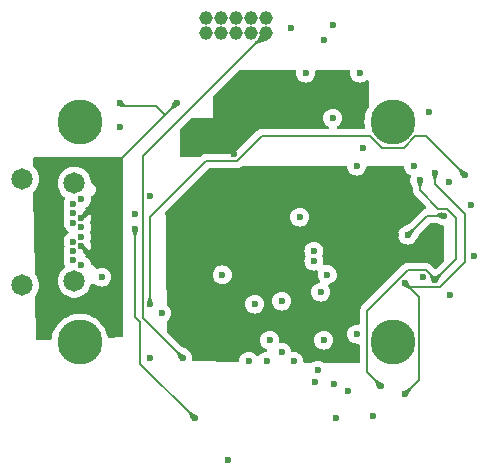
<source format=gbr>
%TF.GenerationSoftware,KiCad,Pcbnew,7.0.9*%
%TF.CreationDate,2023-12-29T19:26:42-05:00*%
%TF.ProjectId,watch-0001,77617463-682d-4303-9030-312e6b696361,v.0.0.1*%
%TF.SameCoordinates,Original*%
%TF.FileFunction,Copper,L2,Inr*%
%TF.FilePolarity,Positive*%
%FSLAX46Y46*%
G04 Gerber Fmt 4.6, Leading zero omitted, Abs format (unit mm)*
G04 Created by KiCad (PCBNEW 7.0.9) date 2023-12-29 19:26:42*
%MOMM*%
%LPD*%
G01*
G04 APERTURE LIST*
%TA.AperFunction,ComponentPad*%
%ADD10C,3.800000*%
%TD*%
%TA.AperFunction,ComponentPad*%
%ADD11C,0.600000*%
%TD*%
%TA.AperFunction,ComponentPad*%
%ADD12C,1.815000*%
%TD*%
%TA.AperFunction,ComponentPad*%
%ADD13C,1.168400*%
%TD*%
%TA.AperFunction,ViaPad*%
%ADD14C,0.600000*%
%TD*%
%TA.AperFunction,Conductor*%
%ADD15C,0.200000*%
%TD*%
G04 APERTURE END LIST*
D10*
%TO.N,N/C*%
%TO.C,H1*%
X131234000Y-78559000D03*
%TD*%
D11*
%TO.N,GND*%
%TO.C,J2*%
X131363000Y-90684000D03*
%TO.N,unconnected-(J2-SSTXP2-PadB2)*%
X130663000Y-90284000D03*
%TO.N,unconnected-(J2-SSTXN2-PadB3)*%
X130663000Y-89484000D03*
%TO.N,VBUS*%
X131363000Y-89084000D03*
%TO.N,Net-(J2-CC2)*%
X130663000Y-88684000D03*
%TO.N,unconnected-(J2-DP2-PadB6)*%
X131363000Y-88284000D03*
%TO.N,unconnected-(J2-DN2-PadB7)*%
X131363000Y-87484000D03*
%TO.N,unconnected-(J2-SBU2-PadB8)*%
X130663000Y-87084000D03*
%TO.N,VBUS*%
X131363000Y-86684000D03*
%TO.N,unconnected-(J2-SSRXN1-PadB10)*%
X130663000Y-86284000D03*
%TO.N,unconnected-(J2-SSRXP1-PadB11)*%
X130663000Y-85484000D03*
%TO.N,GND*%
X131363000Y-85084000D03*
D12*
%TO.N,unconnected-(J2-PadMH1)*%
X130773000Y-83754000D03*
%TO.N,unconnected-(J2-PadMH2)*%
X130773000Y-92014000D03*
%TO.N,unconnected-(J2-PadMH3)*%
X126373000Y-92374000D03*
%TO.N,unconnected-(J2-PadMH4)*%
X126373000Y-83394000D03*
%TD*%
D10*
%TO.N,N/C*%
%TO.C,H4*%
X157734000Y-97209000D03*
%TD*%
%TO.N,N/C*%
%TO.C,H3*%
X157734000Y-78559000D03*
%TD*%
%TO.N,N/C*%
%TO.C,H2*%
X131234000Y-97209000D03*
%TD*%
D13*
%TO.N,+3V3*%
%TO.C,J3*%
X146977100Y-69786500D03*
%TO.N,/JTAG_TMS*%
X145707100Y-69786500D03*
%TO.N,GND*%
X144437100Y-69786500D03*
%TO.N,/JTAG_TCK*%
X143167100Y-69786500D03*
%TO.N,GND*%
X141897100Y-69786500D03*
%TO.N,/JTAG_TDO*%
X146977100Y-71056500D03*
%TO.N,GND*%
X145707100Y-71056500D03*
%TO.N,/JTAG_TDI*%
X144437100Y-71056500D03*
%TO.N,GND*%
X143167100Y-71056500D03*
%TO.N,unconnected-(J3-Pad10)*%
X141897100Y-71056500D03*
%TD*%
D14*
%TO.N,I2C_SDA*%
X161290000Y-82870137D03*
X158750000Y-101600000D03*
X148336000Y-93726000D03*
X158750000Y-92202000D03*
%TO.N,I2C_SCL*%
X146050000Y-93980000D03*
X156718000Y-100932500D03*
X160020000Y-83474500D03*
X161290000Y-91948000D03*
%TO.N,DISP_SPI_MISO*%
X149352000Y-98806000D03*
%TO.N,DISP_SPI_MOSI*%
X148336000Y-98044000D03*
%TO.N,+BATT*%
X143764000Y-76454000D03*
X145288000Y-75184000D03*
X144272000Y-81280000D03*
%TO.N,DISP_SPI_SCLK*%
X147066000Y-98806000D03*
%TO.N,CHG*%
X137160000Y-84836000D03*
%TO.N,+3V3*%
X144526000Y-84582000D03*
X162494000Y-83636500D03*
X152908000Y-103632000D03*
X157988000Y-88138000D03*
X154940000Y-89916000D03*
%TO.N,Net-(IC2-~{MR})*%
X155194000Y-80772000D03*
X152771676Y-100778445D03*
%TO.N,BAT_MON_EN*%
X151892000Y-71628000D03*
X137160000Y-98552000D03*
%TO.N,Net-(IC2-~{RESET})*%
X152654000Y-78232000D03*
X160274000Y-91694000D03*
%TO.N,/JTAG_TMS*%
X149098000Y-70612000D03*
X151892000Y-97028000D03*
%TO.N,/JTAG_TDO*%
X139954000Y-98552000D03*
%TO.N,DISP_CS*%
X145542000Y-98806000D03*
%TO.N,GND*%
X162560000Y-93218000D03*
X164338000Y-85598000D03*
X164592000Y-89916000D03*
X143310000Y-91494000D03*
X152654000Y-70358000D03*
X159512000Y-82296000D03*
X151130000Y-100584000D03*
X154686000Y-82296000D03*
X160782000Y-77724000D03*
X149860000Y-86614000D03*
X133096000Y-91694000D03*
X134620000Y-78994000D03*
X150368000Y-74422000D03*
X153924000Y-101346000D03*
%TO.N,VBUS*%
X139446000Y-76962000D03*
X134620000Y-76962000D03*
%TO.N,/DISP_BL*%
X151059225Y-89486747D03*
%TO.N,/TP_INT*%
X151059085Y-90334429D03*
%TO.N,/TP_RST*%
X152188911Y-91482911D03*
%TO.N,DISP_RST*%
X143764000Y-107188000D03*
%TO.N,DISP_DC*%
X147320000Y-97028000D03*
%TO.N,IMU_INT*%
X154686000Y-96520000D03*
X156054470Y-103409248D03*
%TO.N,PR_INT_DRDY*%
X163830000Y-83058000D03*
X137160000Y-93980000D03*
%TO.N,BAT_MON*%
X151638000Y-92964000D03*
X151384000Y-99568000D03*
X154940000Y-74422000D03*
%TO.N,Net-(U1-RXD0)*%
X140970000Y-103632000D03*
X135890000Y-87630000D03*
%TO.N,Net-(U1-TXD0)*%
X138176000Y-94742000D03*
X135890000Y-86360000D03*
%TO.N,Net-(U4-VDD)*%
X159004000Y-88138000D03*
X162052000Y-86483502D03*
%TD*%
D15*
%TO.N,I2C_SDA*%
X161290000Y-83820000D02*
X163830000Y-86360000D01*
X158750000Y-101600000D02*
X159934000Y-100416000D01*
X159096000Y-92548000D02*
X158750000Y-92202000D01*
X161290000Y-82870137D02*
X161290000Y-83820000D01*
X159934000Y-93386000D02*
X158750000Y-92202000D01*
X163830000Y-90424000D02*
X161706000Y-92548000D01*
X159934000Y-100416000D02*
X159934000Y-93386000D01*
X163830000Y-86360000D02*
X163830000Y-90424000D01*
X161706000Y-92548000D02*
X159096000Y-92548000D01*
%TO.N,I2C_SCL*%
X161290000Y-91861471D02*
X161290000Y-91948000D01*
X161575502Y-85883502D02*
X162300529Y-85883502D01*
X160522529Y-91094000D02*
X161290000Y-91861471D01*
X160020000Y-83474500D02*
X160020000Y-84328000D01*
X163068000Y-86650973D02*
X163068000Y-90170000D01*
X160020000Y-84328000D02*
X161575502Y-85883502D01*
X155534000Y-99748500D02*
X155534000Y-94569471D01*
X159009471Y-91094000D02*
X160522529Y-91094000D01*
X163068000Y-90170000D02*
X161290000Y-91948000D01*
X155534000Y-94569471D02*
X159009471Y-91094000D01*
X156718000Y-100932500D02*
X155534000Y-99748500D01*
X162300529Y-85883502D02*
X163068000Y-86650973D01*
%TO.N,/JTAG_TDO*%
X136560000Y-81473600D02*
X136560000Y-95158000D01*
X136560000Y-95158000D02*
X139954000Y-98552000D01*
X146977100Y-71056500D02*
X136560000Y-81473600D01*
%TO.N,VBUS*%
X134620000Y-76962000D02*
X134874000Y-77216000D01*
X137668000Y-77216000D02*
X138430000Y-77978000D01*
X138430000Y-77978000D02*
X134620000Y-81788000D01*
X139446000Y-76962000D02*
X138430000Y-77978000D01*
X134874000Y-77216000D02*
X137668000Y-77216000D01*
%TO.N,PR_INT_DRDY*%
X137160000Y-86614000D02*
X137160000Y-93980000D01*
X146644529Y-79756000D02*
X144520529Y-81880000D01*
X156822730Y-80759000D02*
X155819730Y-79756000D01*
X141894000Y-81880000D02*
X137160000Y-86614000D01*
X144520529Y-81880000D02*
X141894000Y-81880000D01*
X163830000Y-83058000D02*
X160528000Y-79756000D01*
X159648270Y-79756000D02*
X158645270Y-80759000D01*
X155819730Y-79756000D02*
X146644529Y-79756000D01*
X160528000Y-79756000D02*
X159648270Y-79756000D01*
X158645270Y-80759000D02*
X156822730Y-80759000D01*
%TO.N,Net-(U1-RXD0)*%
X136369157Y-95532843D02*
X135890000Y-95053685D01*
X135890000Y-95053685D02*
X135890000Y-87630000D01*
X136369157Y-99031157D02*
X136369157Y-95532843D01*
X140970000Y-103632000D02*
X136369157Y-99031157D01*
%TO.N,Net-(U4-VDD)*%
X160658498Y-86483502D02*
X159004000Y-88138000D01*
X162052000Y-86483502D02*
X160658498Y-86483502D01*
%TD*%
%TA.AperFunction,Conductor*%
%TO.N,PR_INT_DRDY*%
G36*
X137260090Y-93383427D02*
G01*
X137262807Y-93387687D01*
X137433330Y-93854694D01*
X137432949Y-93863641D01*
X137426851Y-93869503D01*
X137164511Y-93979115D01*
X137155556Y-93979142D01*
X137155489Y-93979115D01*
X136893148Y-93869503D01*
X136886836Y-93863151D01*
X136886669Y-93854697D01*
X137057193Y-93387686D01*
X137063249Y-93381091D01*
X137068183Y-93380000D01*
X137251817Y-93380000D01*
X137260090Y-93383427D01*
G37*
%TD.AperFunction*%
%TD*%
%TA.AperFunction,Conductor*%
%TO.N,VBUS*%
G36*
X139179174Y-76851439D02*
G01*
X139342804Y-76918629D01*
X139442184Y-76959436D01*
X139448536Y-76965748D01*
X139448563Y-76965815D01*
X139556559Y-77228824D01*
X139556532Y-77237779D01*
X139550670Y-77243877D01*
X139099867Y-77453523D01*
X139090920Y-77453904D01*
X139086660Y-77451187D01*
X138956812Y-77321339D01*
X138953385Y-77313066D01*
X138954474Y-77308136D01*
X139164124Y-76857327D01*
X139170718Y-76851273D01*
X139179174Y-76851439D01*
G37*
%TD.AperFunction*%
%TD*%
%TA.AperFunction,Conductor*%
%TO.N,VBUS*%
G36*
X134817039Y-81553685D02*
G01*
X134862794Y-81606489D01*
X134874000Y-81658000D01*
X134874000Y-96654202D01*
X134854315Y-96721241D01*
X134801511Y-96766996D01*
X134754273Y-96778128D01*
X133709334Y-96814160D01*
X133641656Y-96796798D01*
X133594109Y-96745602D01*
X133583259Y-96713476D01*
X133563681Y-96610840D01*
X133470341Y-96323570D01*
X133341733Y-96050264D01*
X133179885Y-95795232D01*
X132987349Y-95562496D01*
X132767162Y-95355726D01*
X132767159Y-95355724D01*
X132767153Y-95355719D01*
X132522806Y-95178191D01*
X132522799Y-95178186D01*
X132522795Y-95178184D01*
X132258104Y-95032668D01*
X132258101Y-95032666D01*
X132258096Y-95032664D01*
X132258095Y-95032663D01*
X131977265Y-94921475D01*
X131977262Y-94921474D01*
X131684695Y-94846357D01*
X131385036Y-94808500D01*
X131385027Y-94808500D01*
X131082973Y-94808500D01*
X131082963Y-94808500D01*
X130783304Y-94846357D01*
X130490737Y-94921474D01*
X130490734Y-94921475D01*
X130209904Y-95032663D01*
X130209903Y-95032664D01*
X129945205Y-95178184D01*
X129945193Y-95178191D01*
X129700846Y-95355719D01*
X129700836Y-95355727D01*
X129480652Y-95562494D01*
X129288111Y-95795236D01*
X129126268Y-96050261D01*
X129126265Y-96050267D01*
X128997661Y-96323563D01*
X128997659Y-96323568D01*
X128911048Y-96590129D01*
X128904319Y-96610840D01*
X128894660Y-96661476D01*
X128852017Y-96885017D01*
X128820119Y-96947180D01*
X128759676Y-96982230D01*
X128734486Y-96985707D01*
X127634186Y-97023648D01*
X127566508Y-97006286D01*
X127518961Y-96955090D01*
X127505930Y-96901755D01*
X127504494Y-96814160D01*
X127447477Y-93336139D01*
X127466060Y-93268788D01*
X127480229Y-93250128D01*
X127487918Y-93241776D01*
X127615543Y-93046431D01*
X127709275Y-92832744D01*
X127766557Y-92606544D01*
X127766558Y-92606535D01*
X127785826Y-92374005D01*
X127785826Y-92373994D01*
X127766558Y-92141464D01*
X127766556Y-92141452D01*
X127734282Y-92014005D01*
X129360174Y-92014005D01*
X129379441Y-92246535D01*
X129379443Y-92246547D01*
X129436724Y-92472744D01*
X129530456Y-92686430D01*
X129658079Y-92881773D01*
X129658082Y-92881776D01*
X129816119Y-93053450D01*
X130000257Y-93196771D01*
X130000259Y-93196772D01*
X130000262Y-93196774D01*
X130083425Y-93241779D01*
X130205474Y-93307828D01*
X130426172Y-93383594D01*
X130656330Y-93422000D01*
X130889670Y-93422000D01*
X131119828Y-93383594D01*
X131340526Y-93307828D01*
X131545743Y-93196771D01*
X131729881Y-93053450D01*
X131887918Y-92881776D01*
X132015543Y-92686431D01*
X132109275Y-92472744D01*
X132134241Y-92374154D01*
X132169779Y-92314001D01*
X132214852Y-92287087D01*
X132361662Y-92237622D01*
X132369676Y-92232799D01*
X132437266Y-92215102D01*
X132503695Y-92236756D01*
X132521288Y-92251366D01*
X132593738Y-92323816D01*
X132746478Y-92419789D01*
X132897812Y-92472743D01*
X132916745Y-92479368D01*
X132916750Y-92479369D01*
X133095996Y-92499565D01*
X133096000Y-92499565D01*
X133096004Y-92499565D01*
X133275249Y-92479369D01*
X133275252Y-92479368D01*
X133275255Y-92479368D01*
X133445522Y-92419789D01*
X133598262Y-92323816D01*
X133725816Y-92196262D01*
X133821789Y-92043522D01*
X133881368Y-91873255D01*
X133881369Y-91873249D01*
X133901565Y-91694003D01*
X133901565Y-91693996D01*
X133881369Y-91514750D01*
X133881368Y-91514745D01*
X133873870Y-91493317D01*
X133821789Y-91344478D01*
X133725816Y-91191738D01*
X133598262Y-91064184D01*
X133445523Y-90968211D01*
X133275254Y-90908631D01*
X133275249Y-90908630D01*
X133096004Y-90888435D01*
X133095996Y-90888435D01*
X132916750Y-90908630D01*
X132916742Y-90908632D01*
X132758613Y-90963964D01*
X132688834Y-90967525D01*
X132628207Y-90932796D01*
X132623150Y-90927197D01*
X132607379Y-90908630D01*
X132584044Y-90881157D01*
X132441099Y-90772493D01*
X132278138Y-90697099D01*
X132278130Y-90697096D01*
X132253920Y-90691767D01*
X132192681Y-90658130D01*
X132159348Y-90596724D01*
X132157361Y-90584571D01*
X132148368Y-90504745D01*
X132088789Y-90334478D01*
X131992816Y-90181738D01*
X131865262Y-90054184D01*
X131761039Y-89988696D01*
X131714749Y-89936362D01*
X131704101Y-89867309D01*
X131723522Y-89823606D01*
X131726107Y-89800660D01*
X131504803Y-89579356D01*
X131471318Y-89518033D01*
X131469955Y-89490965D01*
X131468565Y-89490965D01*
X131468565Y-89483997D01*
X131448369Y-89304750D01*
X131448367Y-89304740D01*
X131436998Y-89272252D01*
X131452008Y-89268827D01*
X131523387Y-89211905D01*
X131563000Y-89129649D01*
X131563000Y-89062109D01*
X131586992Y-89053713D01*
X131656766Y-89050150D01*
X131715626Y-89083073D01*
X132079660Y-89447107D01*
X132079661Y-89447107D01*
X132088333Y-89433307D01*
X132147878Y-89263138D01*
X132168062Y-89084002D01*
X132168062Y-89083997D01*
X132147878Y-88904861D01*
X132147877Y-88904858D01*
X132086036Y-88728124D01*
X132088292Y-88727334D01*
X132078757Y-88669449D01*
X132087293Y-88640376D01*
X132086489Y-88640095D01*
X132148366Y-88463262D01*
X132148369Y-88463249D01*
X132168565Y-88284003D01*
X132168565Y-88283996D01*
X132148369Y-88104750D01*
X132148366Y-88104737D01*
X132086489Y-87927905D01*
X132088637Y-87927153D01*
X132079035Y-87868872D01*
X132087392Y-87840411D01*
X132086489Y-87840095D01*
X132148366Y-87663262D01*
X132148369Y-87663249D01*
X132168565Y-87484003D01*
X132168565Y-87483996D01*
X132148369Y-87304750D01*
X132148368Y-87304745D01*
X132086489Y-87127905D01*
X132088465Y-87127213D01*
X132078756Y-87068295D01*
X132087004Y-87040214D01*
X132086036Y-87039876D01*
X132147877Y-86863141D01*
X132147878Y-86863138D01*
X132168062Y-86684002D01*
X132168062Y-86683997D01*
X132147878Y-86504861D01*
X132147877Y-86504858D01*
X132088337Y-86334701D01*
X132088335Y-86334697D01*
X132079660Y-86320891D01*
X131715626Y-86684925D01*
X131654303Y-86718410D01*
X131586990Y-86714285D01*
X131563000Y-86705890D01*
X131563000Y-86638351D01*
X131523387Y-86556095D01*
X131452008Y-86499173D01*
X131436998Y-86495747D01*
X131448367Y-86463259D01*
X131448369Y-86463249D01*
X131468565Y-86284002D01*
X131468565Y-86277035D01*
X131471594Y-86277035D01*
X131481259Y-86221504D01*
X131504803Y-86188641D01*
X131726108Y-85967337D01*
X131723842Y-85947231D01*
X131714752Y-85936954D01*
X131704103Y-85867900D01*
X131732478Y-85804052D01*
X131761041Y-85779302D01*
X131865262Y-85713816D01*
X131992816Y-85586262D01*
X132088789Y-85433522D01*
X132148368Y-85263255D01*
X132168565Y-85084000D01*
X132153014Y-84945980D01*
X132165068Y-84877159D01*
X132212417Y-84825779D01*
X132228767Y-84817542D01*
X132303233Y-84786698D01*
X132423451Y-84694451D01*
X132515698Y-84574233D01*
X132573687Y-84434236D01*
X132593466Y-84284000D01*
X132592239Y-84274683D01*
X132573687Y-84133765D01*
X132573687Y-84133764D01*
X132515698Y-83993767D01*
X132423451Y-83873549D01*
X132303233Y-83781302D01*
X132303229Y-83781300D01*
X132253873Y-83760856D01*
X132199470Y-83717015D01*
X132177749Y-83656534D01*
X132166557Y-83521456D01*
X132109275Y-83295256D01*
X132107904Y-83292131D01*
X132015543Y-83081569D01*
X131887920Y-82886226D01*
X131869949Y-82866704D01*
X131729881Y-82714550D01*
X131729876Y-82714546D01*
X131729874Y-82714544D01*
X131545746Y-82571231D01*
X131545737Y-82571225D01*
X131340532Y-82460175D01*
X131340529Y-82460174D01*
X131340526Y-82460172D01*
X131340520Y-82460170D01*
X131340518Y-82460169D01*
X131119830Y-82384406D01*
X130889670Y-82346000D01*
X130656330Y-82346000D01*
X130426169Y-82384406D01*
X130205481Y-82460169D01*
X130205467Y-82460175D01*
X130000262Y-82571225D01*
X130000253Y-82571231D01*
X129816125Y-82714544D01*
X129816122Y-82714547D01*
X129658079Y-82886226D01*
X129530456Y-83081569D01*
X129436724Y-83295255D01*
X129379443Y-83521452D01*
X129379441Y-83521464D01*
X129360174Y-83753994D01*
X129360174Y-83754005D01*
X129379441Y-83986535D01*
X129379443Y-83986547D01*
X129436724Y-84212744D01*
X129530456Y-84426430D01*
X129658079Y-84621773D01*
X129658082Y-84621776D01*
X129816119Y-84793450D01*
X129923668Y-84877159D01*
X129952852Y-84899874D01*
X129993665Y-84956584D01*
X129997339Y-85026357D01*
X129981683Y-85063698D01*
X129937212Y-85134474D01*
X129877631Y-85304745D01*
X129877630Y-85304750D01*
X129857435Y-85483996D01*
X129857435Y-85484003D01*
X129877630Y-85663249D01*
X129877633Y-85663262D01*
X129939510Y-85840094D01*
X129937364Y-85840844D01*
X129946962Y-85899144D01*
X129938609Y-85927590D01*
X129939510Y-85927906D01*
X129877633Y-86104737D01*
X129877630Y-86104750D01*
X129857435Y-86283996D01*
X129857435Y-86284003D01*
X129877630Y-86463249D01*
X129877633Y-86463262D01*
X129939510Y-86640094D01*
X129937364Y-86640844D01*
X129946962Y-86699144D01*
X129938609Y-86727590D01*
X129939510Y-86727906D01*
X129877633Y-86904737D01*
X129877630Y-86904750D01*
X129857435Y-87083996D01*
X129857435Y-87084003D01*
X129877630Y-87263249D01*
X129877631Y-87263254D01*
X129937211Y-87433523D01*
X129968926Y-87483996D01*
X130033184Y-87586262D01*
X130160738Y-87713816D01*
X130239696Y-87763428D01*
X130264487Y-87779006D01*
X130310778Y-87831341D01*
X130321426Y-87900395D01*
X130293051Y-87964243D01*
X130264487Y-87988994D01*
X130160737Y-88054184D01*
X130033184Y-88181737D01*
X129937211Y-88334476D01*
X129877631Y-88504745D01*
X129877630Y-88504750D01*
X129857435Y-88683996D01*
X129857435Y-88684003D01*
X129877630Y-88863249D01*
X129877633Y-88863262D01*
X129939510Y-89040094D01*
X129937364Y-89040844D01*
X129946962Y-89099144D01*
X129938609Y-89127590D01*
X129939510Y-89127906D01*
X129877633Y-89304737D01*
X129877630Y-89304750D01*
X129857435Y-89483996D01*
X129857435Y-89484003D01*
X129877630Y-89663249D01*
X129877633Y-89663262D01*
X129939510Y-89840094D01*
X129937364Y-89840844D01*
X129946962Y-89899144D01*
X129938609Y-89927590D01*
X129939510Y-89927906D01*
X129877633Y-90104737D01*
X129877630Y-90104750D01*
X129857435Y-90283996D01*
X129857435Y-90284003D01*
X129877630Y-90463249D01*
X129877631Y-90463254D01*
X129937211Y-90633524D01*
X129981683Y-90704299D01*
X130000684Y-90771536D01*
X129980317Y-90838371D01*
X129952853Y-90868125D01*
X129816121Y-90974548D01*
X129658079Y-91146226D01*
X129530456Y-91341569D01*
X129436724Y-91555255D01*
X129379443Y-91781452D01*
X129379441Y-91781464D01*
X129360174Y-92013994D01*
X129360174Y-92014005D01*
X127734282Y-92014005D01*
X127709275Y-91915255D01*
X127615543Y-91701569D01*
X127487920Y-91506226D01*
X127448180Y-91463057D01*
X127417258Y-91400402D01*
X127415428Y-91381119D01*
X127302840Y-84513258D01*
X127321423Y-84445906D01*
X127335588Y-84427250D01*
X127487918Y-84261776D01*
X127615543Y-84066431D01*
X127709275Y-83852744D01*
X127766557Y-83626544D01*
X127785826Y-83394000D01*
X127766557Y-83161456D01*
X127709275Y-82935256D01*
X127687768Y-82886226D01*
X127615543Y-82721569D01*
X127487920Y-82526226D01*
X127468714Y-82505363D01*
X127329881Y-82354550D01*
X127329877Y-82354546D01*
X127313493Y-82341795D01*
X127272679Y-82285086D01*
X127265671Y-82245982D01*
X127256066Y-81660031D01*
X127274649Y-81592679D01*
X127326696Y-81546065D01*
X127380049Y-81534000D01*
X134750000Y-81534000D01*
X134817039Y-81553685D01*
G37*
%TD.AperFunction*%
%TD*%
%TA.AperFunction,Conductor*%
%TO.N,I2C_SCL*%
G36*
X156371864Y-100440975D02*
G01*
X156822671Y-100650623D01*
X156828726Y-100657218D01*
X156828559Y-100665675D01*
X156720563Y-100928684D01*
X156714251Y-100935036D01*
X156714184Y-100935063D01*
X156451175Y-101043059D01*
X156442220Y-101043032D01*
X156436123Y-101037171D01*
X156226475Y-100586365D01*
X156226095Y-100577420D01*
X156228810Y-100573162D01*
X156358661Y-100443311D01*
X156366933Y-100439885D01*
X156371864Y-100440975D01*
G37*
%TD.AperFunction*%
%TD*%
%TA.AperFunction,Conductor*%
%TO.N,VBUS*%
G36*
X134839273Y-76759268D02*
G01*
X134840241Y-76760372D01*
X135112351Y-77112841D01*
X135114790Y-77119990D01*
X135114790Y-77302953D01*
X135111363Y-77311226D01*
X135103090Y-77314653D01*
X135101821Y-77314584D01*
X134630396Y-77263134D01*
X134622543Y-77258830D01*
X134619965Y-77251542D01*
X134619016Y-76966884D01*
X134622414Y-76958601D01*
X134822727Y-76759228D01*
X134831008Y-76755822D01*
X134839273Y-76759268D01*
G37*
%TD.AperFunction*%
%TD*%
%TA.AperFunction,Conductor*%
%TO.N,I2C_SDA*%
G36*
X159025779Y-92091467D02*
G01*
X159031877Y-92097329D01*
X159241523Y-92548132D01*
X159241904Y-92557079D01*
X159239187Y-92561339D01*
X159109339Y-92691187D01*
X159101066Y-92694614D01*
X159096132Y-92693523D01*
X158802736Y-92557079D01*
X158645328Y-92483876D01*
X158639273Y-92477281D01*
X158639439Y-92468825D01*
X158747436Y-92205814D01*
X158753746Y-92199464D01*
X159016825Y-92091440D01*
X159025779Y-92091467D01*
G37*
%TD.AperFunction*%
%TD*%
%TA.AperFunction,Conductor*%
%TO.N,I2C_SDA*%
G36*
X159026037Y-92091366D02*
G01*
X159032021Y-92096958D01*
X159205458Y-92445537D01*
X159206683Y-92450749D01*
X159206683Y-92632343D01*
X159203256Y-92640616D01*
X159194983Y-92644043D01*
X159191668Y-92643564D01*
X158647627Y-92482836D01*
X158640664Y-92477205D01*
X158639721Y-92468300D01*
X158640119Y-92467171D01*
X158649002Y-92445537D01*
X158747148Y-92206507D01*
X158753456Y-92200160D01*
X159017084Y-92091355D01*
X159026037Y-92091366D01*
G37*
%TD.AperFunction*%
%TD*%
%TA.AperFunction,Conductor*%
%TO.N,Net-(U1-RXD0)*%
G36*
X140623864Y-103140475D02*
G01*
X141074671Y-103350123D01*
X141080726Y-103356718D01*
X141080559Y-103365175D01*
X140972563Y-103628184D01*
X140966251Y-103634536D01*
X140966184Y-103634563D01*
X140703175Y-103742559D01*
X140694220Y-103742532D01*
X140688123Y-103736671D01*
X140478475Y-103285865D01*
X140478095Y-103276920D01*
X140480810Y-103272662D01*
X140610661Y-103142811D01*
X140618933Y-103139385D01*
X140623864Y-103140475D01*
G37*
%TD.AperFunction*%
%TD*%
%TA.AperFunction,Conductor*%
%TO.N,Net-(U4-VDD)*%
G36*
X161935641Y-86210552D02*
G01*
X161941503Y-86216650D01*
X162051115Y-86478991D01*
X162051142Y-86487946D01*
X162051115Y-86488013D01*
X161941503Y-86750353D01*
X161935151Y-86756665D01*
X161926694Y-86756831D01*
X161792947Y-86707995D01*
X161459687Y-86586308D01*
X161453091Y-86580252D01*
X161452000Y-86575318D01*
X161452000Y-86391685D01*
X161455427Y-86383412D01*
X161459687Y-86380695D01*
X161926697Y-86210171D01*
X161935641Y-86210552D01*
G37*
%TD.AperFunction*%
%TD*%
%TA.AperFunction,Conductor*%
%TO.N,PR_INT_DRDY*%
G36*
X163483864Y-82566475D02*
G01*
X163934671Y-82776123D01*
X163940726Y-82782718D01*
X163940559Y-82791175D01*
X163832563Y-83054184D01*
X163826251Y-83060536D01*
X163826184Y-83060563D01*
X163563175Y-83168559D01*
X163554220Y-83168532D01*
X163548123Y-83162671D01*
X163338475Y-82711865D01*
X163338095Y-82702920D01*
X163340810Y-82698662D01*
X163470661Y-82568811D01*
X163478933Y-82565385D01*
X163483864Y-82566475D01*
G37*
%TD.AperFunction*%
%TD*%
%TA.AperFunction,Conductor*%
%TO.N,I2C_SCL*%
G36*
X160286851Y-83584996D02*
G01*
X160293163Y-83591348D01*
X160293330Y-83599805D01*
X160122807Y-84066813D01*
X160116751Y-84073409D01*
X160111817Y-84074500D01*
X159928183Y-84074500D01*
X159919910Y-84071073D01*
X159917193Y-84066813D01*
X159746669Y-83599802D01*
X159747050Y-83590858D01*
X159753147Y-83584996D01*
X160015490Y-83475383D01*
X160024444Y-83475357D01*
X160286851Y-83584996D01*
G37*
%TD.AperFunction*%
%TD*%
%TA.AperFunction,Conductor*%
%TO.N,Net-(U1-RXD0)*%
G36*
X136156851Y-87740496D02*
G01*
X136163163Y-87746848D01*
X136163330Y-87755305D01*
X135992807Y-88222313D01*
X135986751Y-88228909D01*
X135981817Y-88230000D01*
X135798183Y-88230000D01*
X135789910Y-88226573D01*
X135787193Y-88222313D01*
X135616669Y-87755302D01*
X135617050Y-87746358D01*
X135623147Y-87740496D01*
X135885490Y-87630883D01*
X135894444Y-87630857D01*
X136156851Y-87740496D01*
G37*
%TD.AperFunction*%
%TD*%
%TA.AperFunction,Conductor*%
%TO.N,+3V3*%
G36*
X153836661Y-82315685D02*
G01*
X153882416Y-82368489D01*
X153892842Y-82406117D01*
X153900630Y-82475250D01*
X153900631Y-82475254D01*
X153960211Y-82645523D01*
X154056184Y-82798262D01*
X154183738Y-82925816D01*
X154336478Y-83021789D01*
X154415363Y-83049392D01*
X154506745Y-83081368D01*
X154506750Y-83081369D01*
X154685996Y-83101565D01*
X154686000Y-83101565D01*
X154686004Y-83101565D01*
X154865249Y-83081369D01*
X154865252Y-83081368D01*
X154865255Y-83081368D01*
X155035522Y-83021789D01*
X155188262Y-82925816D01*
X155315816Y-82798262D01*
X155411789Y-82645522D01*
X155471368Y-82475255D01*
X155472519Y-82465044D01*
X155479158Y-82406117D01*
X155506224Y-82341703D01*
X155563818Y-82302148D01*
X155602378Y-82296000D01*
X158595622Y-82296000D01*
X158662661Y-82315685D01*
X158708416Y-82368489D01*
X158718842Y-82406117D01*
X158726630Y-82475250D01*
X158726631Y-82475254D01*
X158786211Y-82645523D01*
X158882184Y-82798262D01*
X159009738Y-82925816D01*
X159162478Y-83021789D01*
X159194967Y-83033157D01*
X159251743Y-83073878D01*
X159277491Y-83138831D01*
X159271055Y-83191154D01*
X159234631Y-83295245D01*
X159234630Y-83295250D01*
X159214435Y-83474496D01*
X159214435Y-83474503D01*
X159234631Y-83653752D01*
X159263592Y-83736519D01*
X159265745Y-83744241D01*
X159271833Y-83773185D01*
X159411978Y-84156994D01*
X159419500Y-84199525D01*
X159419500Y-84284571D01*
X159418969Y-84292673D01*
X159414318Y-84327999D01*
X159414318Y-84328000D01*
X159419500Y-84367360D01*
X159434955Y-84484760D01*
X159434956Y-84484762D01*
X159495464Y-84630841D01*
X159591718Y-84756282D01*
X159619995Y-84777980D01*
X159626085Y-84783320D01*
X160125767Y-85283002D01*
X160539854Y-85697089D01*
X160573339Y-85758412D01*
X160568355Y-85828104D01*
X160526483Y-85884037D01*
X160499627Y-85899331D01*
X160355654Y-85958967D01*
X160230217Y-86055218D01*
X160208517Y-86083496D01*
X160203166Y-86089598D01*
X159092055Y-87200708D01*
X159056663Y-87225463D01*
X158919897Y-87289067D01*
X158686165Y-87397765D01*
X158683067Y-87399368D01*
X158669996Y-87406129D01*
X158661986Y-87409582D01*
X158654478Y-87412210D01*
X158501737Y-87508184D01*
X158374184Y-87635737D01*
X158278211Y-87788476D01*
X158218631Y-87958745D01*
X158218630Y-87958750D01*
X158198435Y-88137996D01*
X158198435Y-88138003D01*
X158218630Y-88317249D01*
X158218631Y-88317254D01*
X158278211Y-88487523D01*
X158374184Y-88640262D01*
X158501738Y-88767816D01*
X158592080Y-88824582D01*
X158643563Y-88856931D01*
X158654478Y-88863789D01*
X158824745Y-88923368D01*
X158824750Y-88923369D01*
X159003996Y-88943565D01*
X159004000Y-88943565D01*
X159004004Y-88943565D01*
X159183249Y-88923369D01*
X159183252Y-88923368D01*
X159183255Y-88923368D01*
X159353522Y-88863789D01*
X159506262Y-88767816D01*
X159633816Y-88640262D01*
X159729789Y-88487522D01*
X159732024Y-88481132D01*
X159742470Y-88459917D01*
X159742085Y-88459704D01*
X159744225Y-88455845D01*
X159744236Y-88455830D01*
X159916532Y-88085337D01*
X159941283Y-88049950D01*
X160870914Y-87120321D01*
X160932237Y-87086836D01*
X160958595Y-87084002D01*
X161326975Y-87084002D01*
X161369506Y-87091524D01*
X161448372Y-87120321D01*
X161753312Y-87231667D01*
X161793824Y-87244556D01*
X161795230Y-87244730D01*
X161820956Y-87250748D01*
X161872745Y-87268870D01*
X161872751Y-87268870D01*
X161872752Y-87268871D01*
X161941882Y-87276660D01*
X162006297Y-87303726D01*
X162045852Y-87361320D01*
X162052000Y-87399880D01*
X162052000Y-90285402D01*
X162032315Y-90352441D01*
X162015681Y-90373083D01*
X161420945Y-90967819D01*
X161359622Y-91001304D01*
X161289930Y-90996320D01*
X161245583Y-90967819D01*
X161114455Y-90836691D01*
X160977849Y-90700085D01*
X160972508Y-90693994D01*
X160950811Y-90665718D01*
X160825370Y-90569464D01*
X160679291Y-90508956D01*
X160679289Y-90508955D01*
X160561890Y-90493500D01*
X160522529Y-90488318D01*
X160487199Y-90492969D01*
X160479101Y-90493500D01*
X159052899Y-90493500D01*
X159044800Y-90492969D01*
X159009471Y-90488318D01*
X158970110Y-90493500D01*
X158852710Y-90508955D01*
X158852708Y-90508956D01*
X158706628Y-90569464D01*
X158581190Y-90665716D01*
X158559490Y-90693994D01*
X158554139Y-90700096D01*
X155140096Y-94114139D01*
X155133993Y-94119491D01*
X155105719Y-94141187D01*
X155081550Y-94172686D01*
X155009461Y-94266633D01*
X155009461Y-94266634D01*
X154948957Y-94412705D01*
X154948955Y-94412710D01*
X154928318Y-94569469D01*
X154928318Y-94569470D01*
X154932969Y-94604797D01*
X154933500Y-94612899D01*
X154933500Y-95603565D01*
X154913815Y-95670604D01*
X154861011Y-95716359D01*
X154795617Y-95726785D01*
X154686004Y-95714435D01*
X154685996Y-95714435D01*
X154506750Y-95734630D01*
X154506745Y-95734631D01*
X154336476Y-95794211D01*
X154183737Y-95890184D01*
X154056184Y-96017737D01*
X153960211Y-96170476D01*
X153900631Y-96340745D01*
X153900630Y-96340750D01*
X153880435Y-96519996D01*
X153880435Y-96520003D01*
X153900630Y-96699249D01*
X153900631Y-96699254D01*
X153960211Y-96869523D01*
X154056184Y-97022262D01*
X154183738Y-97149816D01*
X154245049Y-97188340D01*
X154320405Y-97235690D01*
X154336478Y-97245789D01*
X154438500Y-97281488D01*
X154506745Y-97305368D01*
X154506750Y-97305369D01*
X154685996Y-97325565D01*
X154686000Y-97325565D01*
X154686002Y-97325565D01*
X154728353Y-97320792D01*
X154795617Y-97313214D01*
X154864438Y-97325268D01*
X154915817Y-97372617D01*
X154933500Y-97436434D01*
X154933500Y-98857269D01*
X154913815Y-98924308D01*
X154861011Y-98970063D01*
X154808152Y-98981262D01*
X151939584Y-98950082D01*
X151874961Y-98931083D01*
X151733522Y-98842211D01*
X151696819Y-98829368D01*
X151563254Y-98782631D01*
X151563249Y-98782630D01*
X151384004Y-98762435D01*
X151383996Y-98762435D01*
X151204750Y-98782630D01*
X151204745Y-98782631D01*
X151034476Y-98842211D01*
X150911980Y-98919181D01*
X150844743Y-98938181D01*
X150844660Y-98938180D01*
X150280217Y-98932045D01*
X150213396Y-98911633D01*
X150168217Y-98858335D01*
X150158590Y-98812892D01*
X150158345Y-98812920D01*
X150158059Y-98810386D01*
X150157565Y-98808052D01*
X150157565Y-98805997D01*
X150137369Y-98626750D01*
X150137368Y-98626745D01*
X150077789Y-98456478D01*
X149981816Y-98303738D01*
X149854262Y-98176184D01*
X149829580Y-98160675D01*
X149701523Y-98080211D01*
X149531254Y-98020631D01*
X149531249Y-98020630D01*
X149352004Y-98000435D01*
X149351996Y-98000435D01*
X149262575Y-98010510D01*
X149193753Y-97998455D01*
X149142374Y-97951106D01*
X149125472Y-97901174D01*
X149121368Y-97864745D01*
X149061789Y-97694478D01*
X148965816Y-97541738D01*
X148838262Y-97414184D01*
X148685523Y-97318211D01*
X148515254Y-97258631D01*
X148515249Y-97258630D01*
X148336004Y-97238435D01*
X148335994Y-97238435D01*
X148253356Y-97247745D01*
X148184534Y-97235690D01*
X148133155Y-97188340D01*
X148115532Y-97120730D01*
X148116254Y-97110642D01*
X148125565Y-97028003D01*
X151086435Y-97028003D01*
X151106630Y-97207249D01*
X151106631Y-97207254D01*
X151166211Y-97377523D01*
X151189247Y-97414184D01*
X151262184Y-97530262D01*
X151389738Y-97657816D01*
X151542478Y-97753789D01*
X151633712Y-97785713D01*
X151712745Y-97813368D01*
X151712750Y-97813369D01*
X151891996Y-97833565D01*
X151892000Y-97833565D01*
X151892004Y-97833565D01*
X152071249Y-97813369D01*
X152071252Y-97813368D01*
X152071255Y-97813368D01*
X152241522Y-97753789D01*
X152394262Y-97657816D01*
X152521816Y-97530262D01*
X152617789Y-97377522D01*
X152677368Y-97207255D01*
X152677369Y-97207249D01*
X152697565Y-97028003D01*
X152697565Y-97027996D01*
X152677369Y-96848750D01*
X152677368Y-96848745D01*
X152617788Y-96678476D01*
X152521815Y-96525737D01*
X152394262Y-96398184D01*
X152241523Y-96302211D01*
X152071254Y-96242631D01*
X152071249Y-96242630D01*
X151892004Y-96222435D01*
X151891996Y-96222435D01*
X151712750Y-96242630D01*
X151712745Y-96242631D01*
X151542476Y-96302211D01*
X151389737Y-96398184D01*
X151262184Y-96525737D01*
X151166211Y-96678476D01*
X151106631Y-96848745D01*
X151106630Y-96848750D01*
X151086435Y-97027996D01*
X151086435Y-97028003D01*
X148125565Y-97028003D01*
X148125565Y-97027996D01*
X148105369Y-96848750D01*
X148105368Y-96848745D01*
X148045788Y-96678476D01*
X147949815Y-96525737D01*
X147822262Y-96398184D01*
X147669523Y-96302211D01*
X147499254Y-96242631D01*
X147499249Y-96242630D01*
X147320004Y-96222435D01*
X147319996Y-96222435D01*
X147140750Y-96242630D01*
X147140745Y-96242631D01*
X146970476Y-96302211D01*
X146817737Y-96398184D01*
X146690184Y-96525737D01*
X146594211Y-96678476D01*
X146534631Y-96848745D01*
X146534630Y-96848750D01*
X146514435Y-97027996D01*
X146514435Y-97028003D01*
X146534630Y-97207249D01*
X146534631Y-97207254D01*
X146594211Y-97377523D01*
X146617247Y-97414184D01*
X146690184Y-97530262D01*
X146817738Y-97657816D01*
X146970478Y-97753789D01*
X146970480Y-97753790D01*
X147014137Y-97769067D01*
X147070913Y-97809788D01*
X147096660Y-97874741D01*
X147083204Y-97943303D01*
X147034816Y-97993705D01*
X146987066Y-98009328D01*
X146886749Y-98020630D01*
X146886745Y-98020631D01*
X146716476Y-98080211D01*
X146563737Y-98176184D01*
X146436184Y-98303737D01*
X146436182Y-98303740D01*
X146408993Y-98347011D01*
X146356658Y-98393302D01*
X146287605Y-98403949D01*
X146223756Y-98375574D01*
X146199007Y-98347011D01*
X146171817Y-98303740D01*
X146171815Y-98303737D01*
X146044262Y-98176184D01*
X145891523Y-98080211D01*
X145721254Y-98020631D01*
X145721249Y-98020630D01*
X145542004Y-98000435D01*
X145541996Y-98000435D01*
X145362750Y-98020630D01*
X145362745Y-98020631D01*
X145192476Y-98080211D01*
X145039737Y-98176184D01*
X144912184Y-98303737D01*
X144816211Y-98456476D01*
X144756631Y-98626745D01*
X144756630Y-98626749D01*
X144741574Y-98760380D01*
X144714507Y-98824794D01*
X144656912Y-98864349D01*
X144617006Y-98870489D01*
X140865681Y-98829713D01*
X140798860Y-98809301D01*
X140753681Y-98756002D01*
X140743809Y-98691836D01*
X140744554Y-98685230D01*
X140759565Y-98552000D01*
X140754452Y-98506621D01*
X140739369Y-98372750D01*
X140739368Y-98372745D01*
X140679788Y-98202476D01*
X140583815Y-98049737D01*
X140456262Y-97922184D01*
X140303524Y-97826212D01*
X140303523Y-97826211D01*
X140303522Y-97826211D01*
X140297125Y-97823972D01*
X140275911Y-97813532D01*
X140275701Y-97813912D01*
X140271830Y-97811763D01*
X139901337Y-97639465D01*
X139865945Y-97614710D01*
X138682449Y-96431214D01*
X138648964Y-96369891D01*
X138646145Y-96345441D01*
X138645480Y-96302211D01*
X138632673Y-95469803D01*
X138651324Y-95402472D01*
X138673794Y-95377198D01*
X138673337Y-95376741D01*
X138694352Y-95355726D01*
X138805816Y-95244262D01*
X138901789Y-95091522D01*
X138961368Y-94921255D01*
X138972979Y-94818206D01*
X138981565Y-94742003D01*
X138981565Y-94741996D01*
X138961369Y-94562750D01*
X138961368Y-94562745D01*
X138908868Y-94412709D01*
X138901789Y-94392478D01*
X138805816Y-94239738D01*
X138678262Y-94112184D01*
X138678257Y-94112180D01*
X138668113Y-94105806D01*
X138621823Y-94053471D01*
X138610103Y-94002727D01*
X138609753Y-93980003D01*
X145244435Y-93980003D01*
X145264630Y-94159249D01*
X145264631Y-94159254D01*
X145324211Y-94329523D01*
X145420184Y-94482262D01*
X145547738Y-94609816D01*
X145552645Y-94612899D01*
X145700097Y-94705550D01*
X145700478Y-94705789D01*
X145803952Y-94741996D01*
X145870745Y-94765368D01*
X145870750Y-94765369D01*
X146049996Y-94785565D01*
X146050000Y-94785565D01*
X146050004Y-94785565D01*
X146229249Y-94765369D01*
X146229252Y-94765368D01*
X146229255Y-94765368D01*
X146399522Y-94705789D01*
X146552262Y-94609816D01*
X146679816Y-94482262D01*
X146775789Y-94329522D01*
X146835368Y-94159255D01*
X146838398Y-94132366D01*
X146855565Y-93980003D01*
X146855565Y-93979996D01*
X146835369Y-93800750D01*
X146835368Y-93800745D01*
X146809215Y-93726003D01*
X147530435Y-93726003D01*
X147550630Y-93905249D01*
X147550631Y-93905254D01*
X147610211Y-94075523D01*
X147645928Y-94132366D01*
X147706184Y-94228262D01*
X147833738Y-94355816D01*
X147986478Y-94451789D01*
X148073565Y-94482262D01*
X148156745Y-94511368D01*
X148156750Y-94511369D01*
X148335996Y-94531565D01*
X148336000Y-94531565D01*
X148336004Y-94531565D01*
X148515249Y-94511369D01*
X148515252Y-94511368D01*
X148515255Y-94511368D01*
X148685522Y-94451789D01*
X148838262Y-94355816D01*
X148965816Y-94228262D01*
X149061789Y-94075522D01*
X149121368Y-93905255D01*
X149121369Y-93905249D01*
X149141565Y-93726003D01*
X149141565Y-93725996D01*
X149121369Y-93546750D01*
X149121368Y-93546745D01*
X149093206Y-93466262D01*
X149061789Y-93376478D01*
X149061171Y-93375495D01*
X149022231Y-93313522D01*
X148965816Y-93223738D01*
X148838262Y-93096184D01*
X148685523Y-93000211D01*
X148515254Y-92940631D01*
X148515249Y-92940630D01*
X148336004Y-92920435D01*
X148335996Y-92920435D01*
X148156750Y-92940630D01*
X148156745Y-92940631D01*
X147986476Y-93000211D01*
X147833737Y-93096184D01*
X147706184Y-93223737D01*
X147610211Y-93376476D01*
X147550631Y-93546745D01*
X147550630Y-93546750D01*
X147530435Y-93725996D01*
X147530435Y-93726003D01*
X146809215Y-93726003D01*
X146775789Y-93630478D01*
X146679816Y-93477738D01*
X146552262Y-93350184D01*
X146399523Y-93254211D01*
X146229254Y-93194631D01*
X146229249Y-93194630D01*
X146050004Y-93174435D01*
X146049996Y-93174435D01*
X145870750Y-93194630D01*
X145870745Y-93194631D01*
X145700476Y-93254211D01*
X145547737Y-93350184D01*
X145420184Y-93477737D01*
X145324211Y-93630476D01*
X145264631Y-93800745D01*
X145264630Y-93800750D01*
X145244435Y-93979996D01*
X145244435Y-93980003D01*
X138609753Y-93980003D01*
X138571507Y-91494003D01*
X142504435Y-91494003D01*
X142524630Y-91673249D01*
X142524631Y-91673254D01*
X142584211Y-91843523D01*
X142616940Y-91895610D01*
X142680184Y-91996262D01*
X142807738Y-92123816D01*
X142960478Y-92219789D01*
X143102635Y-92269532D01*
X143130745Y-92279368D01*
X143130750Y-92279369D01*
X143309996Y-92299565D01*
X143310000Y-92299565D01*
X143310004Y-92299565D01*
X143489249Y-92279369D01*
X143489252Y-92279368D01*
X143489255Y-92279368D01*
X143659522Y-92219789D01*
X143812262Y-92123816D01*
X143939816Y-91996262D01*
X144035789Y-91843522D01*
X144095368Y-91673255D01*
X144095369Y-91673249D01*
X144115565Y-91494003D01*
X144115565Y-91493996D01*
X144095369Y-91314750D01*
X144095368Y-91314745D01*
X144035788Y-91144476D01*
X143961480Y-91026216D01*
X143939816Y-90991738D01*
X143812262Y-90864184D01*
X143743193Y-90820785D01*
X143659523Y-90768211D01*
X143489254Y-90708631D01*
X143489249Y-90708630D01*
X143310004Y-90688435D01*
X143309996Y-90688435D01*
X143130750Y-90708630D01*
X143130745Y-90708631D01*
X142960476Y-90768211D01*
X142807737Y-90864184D01*
X142680184Y-90991737D01*
X142584211Y-91144476D01*
X142524631Y-91314745D01*
X142524630Y-91314750D01*
X142504435Y-91493996D01*
X142504435Y-91494003D01*
X138571507Y-91494003D01*
X138553667Y-90334432D01*
X150253520Y-90334432D01*
X150273715Y-90513678D01*
X150273716Y-90513683D01*
X150333296Y-90683952D01*
X150379272Y-90757122D01*
X150429269Y-90836691D01*
X150556823Y-90964245D01*
X150709563Y-91060218D01*
X150851126Y-91109753D01*
X150879830Y-91119797D01*
X150879835Y-91119798D01*
X151059081Y-91139994D01*
X151059085Y-91139994D01*
X151059089Y-91139994D01*
X151238334Y-91119798D01*
X151238335Y-91119797D01*
X151238340Y-91119797D01*
X151256861Y-91113315D01*
X151326640Y-91109753D01*
X151387268Y-91144481D01*
X151419496Y-91206474D01*
X151414860Y-91271310D01*
X151403544Y-91303649D01*
X151403541Y-91303661D01*
X151383346Y-91482907D01*
X151383346Y-91482914D01*
X151403541Y-91662160D01*
X151403542Y-91662165D01*
X151463122Y-91832434D01*
X151560987Y-91988185D01*
X151579987Y-92055422D01*
X151559619Y-92122257D01*
X151506351Y-92167471D01*
X151469878Y-92177377D01*
X151458748Y-92178631D01*
X151458745Y-92178631D01*
X151288476Y-92238211D01*
X151135737Y-92334184D01*
X151008184Y-92461737D01*
X150912211Y-92614476D01*
X150852631Y-92784745D01*
X150852630Y-92784750D01*
X150832435Y-92963996D01*
X150832435Y-92964003D01*
X150852630Y-93143249D01*
X150852631Y-93143254D01*
X150912211Y-93313523D01*
X150951769Y-93376478D01*
X151008184Y-93466262D01*
X151135738Y-93593816D01*
X151288478Y-93689789D01*
X151375565Y-93720262D01*
X151458745Y-93749368D01*
X151458750Y-93749369D01*
X151637996Y-93769565D01*
X151638000Y-93769565D01*
X151638004Y-93769565D01*
X151817249Y-93749369D01*
X151817252Y-93749368D01*
X151817255Y-93749368D01*
X151987522Y-93689789D01*
X152140262Y-93593816D01*
X152267816Y-93466262D01*
X152363789Y-93313522D01*
X152423368Y-93143255D01*
X152423815Y-93139287D01*
X152443565Y-92964003D01*
X152443565Y-92963996D01*
X152423369Y-92784750D01*
X152423368Y-92784745D01*
X152363788Y-92614476D01*
X152265923Y-92458725D01*
X152246923Y-92391488D01*
X152267291Y-92324653D01*
X152320559Y-92279439D01*
X152357036Y-92269533D01*
X152368166Y-92268279D01*
X152538433Y-92208700D01*
X152691173Y-92112727D01*
X152818727Y-91985173D01*
X152914700Y-91832433D01*
X152974279Y-91662166D01*
X152984918Y-91567741D01*
X152994476Y-91482914D01*
X152994476Y-91482907D01*
X152974280Y-91303661D01*
X152974279Y-91303656D01*
X152962961Y-91271310D01*
X152914700Y-91133389D01*
X152818727Y-90980649D01*
X152691173Y-90853095D01*
X152639752Y-90820785D01*
X152538434Y-90757122D01*
X152368165Y-90697542D01*
X152368160Y-90697541D01*
X152188915Y-90677346D01*
X152188907Y-90677346D01*
X152009661Y-90697541D01*
X152009651Y-90697543D01*
X151991128Y-90704025D01*
X151921349Y-90707584D01*
X151860723Y-90672854D01*
X151828498Y-90610859D01*
X151833136Y-90546026D01*
X151844452Y-90513687D01*
X151844454Y-90513678D01*
X151864650Y-90334432D01*
X151864650Y-90334425D01*
X151844454Y-90155179D01*
X151844453Y-90155174D01*
X151832551Y-90121159D01*
X151784874Y-89984907D01*
X151779699Y-89976672D01*
X151760698Y-89909437D01*
X151779701Y-89844723D01*
X151785014Y-89836269D01*
X151844593Y-89666002D01*
X151864790Y-89486747D01*
X151844593Y-89307492D01*
X151785014Y-89137225D01*
X151689041Y-88984485D01*
X151561487Y-88856931D01*
X151485546Y-88809214D01*
X151408748Y-88760958D01*
X151238479Y-88701378D01*
X151238474Y-88701377D01*
X151059229Y-88681182D01*
X151059221Y-88681182D01*
X150879975Y-88701377D01*
X150879970Y-88701378D01*
X150709701Y-88760958D01*
X150556962Y-88856931D01*
X150429409Y-88984484D01*
X150333436Y-89137223D01*
X150273856Y-89307492D01*
X150273855Y-89307497D01*
X150253660Y-89486743D01*
X150253660Y-89486750D01*
X150273855Y-89665996D01*
X150273858Y-89666009D01*
X150333435Y-89836268D01*
X150338612Y-89844508D01*
X150357610Y-89911745D01*
X150338615Y-89976440D01*
X150333294Y-89984908D01*
X150273718Y-90155166D01*
X150273715Y-90155179D01*
X150253520Y-90334425D01*
X150253520Y-90334432D01*
X138553667Y-90334432D01*
X138496430Y-86614003D01*
X149054435Y-86614003D01*
X149074630Y-86793249D01*
X149074631Y-86793254D01*
X149134211Y-86963523D01*
X149183699Y-87042282D01*
X149230184Y-87116262D01*
X149357738Y-87243816D01*
X149510478Y-87339789D01*
X149676164Y-87397765D01*
X149680745Y-87399368D01*
X149680750Y-87399369D01*
X149859996Y-87419565D01*
X149860000Y-87419565D01*
X149860004Y-87419565D01*
X150039249Y-87399369D01*
X150039252Y-87399368D01*
X150039255Y-87399368D01*
X150209522Y-87339789D01*
X150362262Y-87243816D01*
X150489816Y-87116262D01*
X150585789Y-86963522D01*
X150645368Y-86793255D01*
X150645369Y-86793249D01*
X150665565Y-86614003D01*
X150665565Y-86613996D01*
X150645369Y-86434750D01*
X150645368Y-86434745D01*
X150585789Y-86264478D01*
X150489816Y-86111738D01*
X150362262Y-85984184D01*
X150209523Y-85888211D01*
X150039254Y-85828631D01*
X150039249Y-85828630D01*
X149860004Y-85808435D01*
X149859996Y-85808435D01*
X149680750Y-85828630D01*
X149680745Y-85828631D01*
X149510476Y-85888211D01*
X149357737Y-85984184D01*
X149230184Y-86111737D01*
X149134211Y-86264476D01*
X149074631Y-86434745D01*
X149074630Y-86434750D01*
X149054435Y-86613996D01*
X149054435Y-86614003D01*
X138496430Y-86614003D01*
X138489856Y-86186659D01*
X138508507Y-86119327D01*
X138526152Y-86097082D01*
X142106416Y-82516819D01*
X142167739Y-82483334D01*
X142194097Y-82480500D01*
X144477101Y-82480500D01*
X144485199Y-82481030D01*
X144520529Y-82485682D01*
X144520530Y-82485682D01*
X144572783Y-82478802D01*
X144677291Y-82465044D01*
X144823370Y-82404536D01*
X144870222Y-82368585D01*
X144931423Y-82321623D01*
X144996592Y-82296430D01*
X145006909Y-82296000D01*
X153769622Y-82296000D01*
X153836661Y-82315685D01*
G37*
%TD.AperFunction*%
%TD*%
%TA.AperFunction,Conductor*%
%TO.N,Net-(U4-VDD)*%
G36*
X159363339Y-87648812D02*
G01*
X159493187Y-87778660D01*
X159496614Y-87786933D01*
X159495523Y-87791867D01*
X159285877Y-88242670D01*
X159279281Y-88248726D01*
X159270824Y-88248559D01*
X159007815Y-88140563D01*
X159001463Y-88134251D01*
X159001436Y-88134184D01*
X158893440Y-87871175D01*
X158893467Y-87862220D01*
X158899326Y-87856124D01*
X159350134Y-87646475D01*
X159359079Y-87646095D01*
X159363339Y-87648812D01*
G37*
%TD.AperFunction*%
%TD*%
%TA.AperFunction,Conductor*%
%TO.N,I2C_SCL*%
G36*
X161649339Y-91458812D02*
G01*
X161779187Y-91588660D01*
X161782614Y-91596933D01*
X161781523Y-91601867D01*
X161571877Y-92052670D01*
X161565281Y-92058726D01*
X161556824Y-92058559D01*
X161293815Y-91950563D01*
X161287463Y-91944251D01*
X161287436Y-91944184D01*
X161179440Y-91681175D01*
X161179467Y-91672220D01*
X161185326Y-91666124D01*
X161636134Y-91456475D01*
X161645079Y-91456095D01*
X161649339Y-91458812D01*
G37*
%TD.AperFunction*%
%TD*%
%TA.AperFunction,Conductor*%
%TO.N,/JTAG_TDO*%
G36*
X146488196Y-70853894D02*
G01*
X146553406Y-70880785D01*
X146973306Y-71053937D01*
X146979648Y-71060259D01*
X146979662Y-71060293D01*
X147196015Y-71584957D01*
X147196001Y-71593911D01*
X147189659Y-71600233D01*
X147189209Y-71600408D01*
X146228635Y-71950837D01*
X146219688Y-71950453D01*
X146216352Y-71948119D01*
X146085480Y-71817247D01*
X146082053Y-71808974D01*
X146082761Y-71804969D01*
X146108728Y-71733787D01*
X146113490Y-71727895D01*
X146199448Y-71673885D01*
X146324485Y-71548848D01*
X146418564Y-71399123D01*
X146476966Y-71232217D01*
X146496338Y-71060293D01*
X146496765Y-71056503D01*
X146496765Y-71056496D01*
X146476966Y-70880785D01*
X146476966Y-70880784D01*
X146472694Y-70868575D01*
X146473196Y-70859635D01*
X146479873Y-70853668D01*
X146488196Y-70853894D01*
G37*
%TD.AperFunction*%
%TD*%
%TA.AperFunction,Conductor*%
%TO.N,I2C_SDA*%
G36*
X161556851Y-82980633D02*
G01*
X161563163Y-82986985D01*
X161563330Y-82995442D01*
X161392807Y-83462450D01*
X161386751Y-83469046D01*
X161381817Y-83470137D01*
X161198183Y-83470137D01*
X161189910Y-83466710D01*
X161187193Y-83462450D01*
X161016669Y-82995439D01*
X161017050Y-82986495D01*
X161023147Y-82980633D01*
X161285490Y-82871020D01*
X161294444Y-82870994D01*
X161556851Y-82980633D01*
G37*
%TD.AperFunction*%
%TD*%
%TA.AperFunction,Conductor*%
%TO.N,I2C_SCL*%
G36*
X160996163Y-91423123D02*
G01*
X161396244Y-91665646D01*
X161401542Y-91672865D01*
X161401002Y-91680095D01*
X161292563Y-91944184D01*
X161286251Y-91950536D01*
X161286184Y-91950563D01*
X161024455Y-92058033D01*
X161015500Y-92058006D01*
X161009188Y-92051654D01*
X161008900Y-92050875D01*
X160975808Y-91950563D01*
X160849153Y-91566629D01*
X160849815Y-91557700D01*
X160851988Y-91554695D01*
X160981828Y-91424855D01*
X160990100Y-91421429D01*
X160996163Y-91423123D01*
G37*
%TD.AperFunction*%
%TD*%
%TA.AperFunction,Conductor*%
%TO.N,I2C_SDA*%
G36*
X159109339Y-101110812D02*
G01*
X159239187Y-101240660D01*
X159242614Y-101248933D01*
X159241523Y-101253867D01*
X159031877Y-101704670D01*
X159025281Y-101710726D01*
X159016824Y-101710559D01*
X158753815Y-101602563D01*
X158747463Y-101596251D01*
X158747436Y-101596184D01*
X158639440Y-101333175D01*
X158639467Y-101324220D01*
X158645326Y-101318124D01*
X159096134Y-101108475D01*
X159105079Y-101108095D01*
X159109339Y-101110812D01*
G37*
%TD.AperFunction*%
%TD*%
%TA.AperFunction,Conductor*%
%TO.N,+BATT*%
G36*
X149521139Y-74171685D02*
G01*
X149566894Y-74224489D01*
X149577320Y-74289883D01*
X149562435Y-74421996D01*
X149562435Y-74422003D01*
X149582630Y-74601249D01*
X149582631Y-74601254D01*
X149642211Y-74771523D01*
X149738184Y-74924262D01*
X149865738Y-75051816D01*
X150018478Y-75147789D01*
X150188745Y-75207368D01*
X150188750Y-75207369D01*
X150367996Y-75227565D01*
X150368000Y-75227565D01*
X150368004Y-75227565D01*
X150547249Y-75207369D01*
X150547252Y-75207368D01*
X150547255Y-75207368D01*
X150717522Y-75147789D01*
X150870262Y-75051816D01*
X150997816Y-74924262D01*
X151093789Y-74771522D01*
X151153368Y-74601255D01*
X151153369Y-74601249D01*
X151173565Y-74422003D01*
X151173565Y-74421996D01*
X151158680Y-74289883D01*
X151170735Y-74221061D01*
X151218084Y-74169682D01*
X151281900Y-74152000D01*
X154026100Y-74152000D01*
X154093139Y-74171685D01*
X154138894Y-74224489D01*
X154149320Y-74289883D01*
X154134435Y-74421996D01*
X154134435Y-74422003D01*
X154154630Y-74601249D01*
X154154631Y-74601254D01*
X154214211Y-74771523D01*
X154310184Y-74924262D01*
X154437738Y-75051816D01*
X154590478Y-75147789D01*
X154760745Y-75207368D01*
X154760750Y-75207369D01*
X154939996Y-75227565D01*
X154940000Y-75227565D01*
X154940004Y-75227565D01*
X155119249Y-75207369D01*
X155119252Y-75207368D01*
X155119255Y-75207368D01*
X155289522Y-75147789D01*
X155442262Y-75051816D01*
X155474319Y-75019759D01*
X155535642Y-74986274D01*
X155605334Y-74991258D01*
X155661267Y-75033130D01*
X155685684Y-75098594D01*
X155686000Y-75107440D01*
X155686000Y-77270113D01*
X155666697Y-77336555D01*
X155626271Y-77400256D01*
X155626265Y-77400267D01*
X155497661Y-77673563D01*
X155497659Y-77673568D01*
X155404320Y-77960835D01*
X155347719Y-78257546D01*
X155347718Y-78257553D01*
X155328754Y-78558994D01*
X155328754Y-78559005D01*
X155347718Y-78860446D01*
X155347719Y-78860453D01*
X155375916Y-79008265D01*
X155369142Y-79077805D01*
X155325847Y-79132644D01*
X155259776Y-79155371D01*
X155254112Y-79155500D01*
X153119281Y-79155500D01*
X153052242Y-79135815D01*
X153006487Y-79083011D01*
X152996543Y-79013853D01*
X153025568Y-78950297D01*
X153053309Y-78926506D01*
X153076312Y-78912052D01*
X153156262Y-78861816D01*
X153283816Y-78734262D01*
X153379789Y-78581522D01*
X153439368Y-78411255D01*
X153439929Y-78406282D01*
X153459565Y-78232000D01*
X153459565Y-78231996D01*
X153439369Y-78052750D01*
X153439368Y-78052745D01*
X153379789Y-77882478D01*
X153283816Y-77729738D01*
X153156262Y-77602184D01*
X153122890Y-77581215D01*
X153003523Y-77506211D01*
X152833254Y-77446631D01*
X152833249Y-77446630D01*
X152654004Y-77426435D01*
X152653996Y-77426435D01*
X152474750Y-77446630D01*
X152474745Y-77446631D01*
X152304476Y-77506211D01*
X152151737Y-77602184D01*
X152024184Y-77729737D01*
X151928211Y-77882476D01*
X151868631Y-78052745D01*
X151868630Y-78052750D01*
X151848435Y-78231996D01*
X151848435Y-78232000D01*
X151868630Y-78411249D01*
X151868631Y-78411254D01*
X151928211Y-78581523D01*
X151929568Y-78583682D01*
X152024184Y-78734262D01*
X152151738Y-78861816D01*
X152210712Y-78898872D01*
X152254691Y-78926506D01*
X152300982Y-78978841D01*
X152311630Y-79047895D01*
X152283255Y-79111743D01*
X152224865Y-79150115D01*
X152188719Y-79155500D01*
X146687957Y-79155500D01*
X146679858Y-79154969D01*
X146644529Y-79150318D01*
X146605168Y-79155500D01*
X146487768Y-79170955D01*
X146487766Y-79170956D01*
X146341686Y-79231464D01*
X146216248Y-79327716D01*
X146194548Y-79355994D01*
X146189197Y-79362096D01*
X144308113Y-81243181D01*
X144246790Y-81276666D01*
X144220432Y-81279500D01*
X141937428Y-81279500D01*
X141929329Y-81278969D01*
X141894000Y-81274318D01*
X141854639Y-81279500D01*
X141737239Y-81294955D01*
X141737237Y-81294956D01*
X141591160Y-81355463D01*
X141465714Y-81451721D01*
X141444025Y-81479988D01*
X141438674Y-81486090D01*
X141427089Y-81497676D01*
X141365768Y-81531165D01*
X141339403Y-81534000D01*
X139824000Y-81534000D01*
X139756961Y-81514315D01*
X139711206Y-81461511D01*
X139700000Y-81410000D01*
X139700000Y-79234197D01*
X139719685Y-79167158D01*
X139736319Y-79146516D01*
X140614516Y-78268319D01*
X140675839Y-78234834D01*
X140702197Y-78232000D01*
X142478000Y-78232000D01*
X142478000Y-76456197D01*
X142497685Y-76389158D01*
X142514319Y-76368516D01*
X144694516Y-74188319D01*
X144755839Y-74154834D01*
X144782197Y-74152000D01*
X149454100Y-74152000D01*
X149521139Y-74171685D01*
G37*
%TD.AperFunction*%
%TD*%
%TA.AperFunction,Conductor*%
%TO.N,/JTAG_TDO*%
G36*
X139607864Y-98060475D02*
G01*
X140058671Y-98270123D01*
X140064726Y-98276718D01*
X140064559Y-98285175D01*
X139956563Y-98548184D01*
X139950251Y-98554536D01*
X139950184Y-98554563D01*
X139687175Y-98662559D01*
X139678220Y-98662532D01*
X139672123Y-98656671D01*
X139462475Y-98205865D01*
X139462095Y-98196920D01*
X139464810Y-98192662D01*
X139594661Y-98062811D01*
X139602933Y-98059385D01*
X139607864Y-98060475D01*
G37*
%TD.AperFunction*%
%TD*%
M02*

</source>
